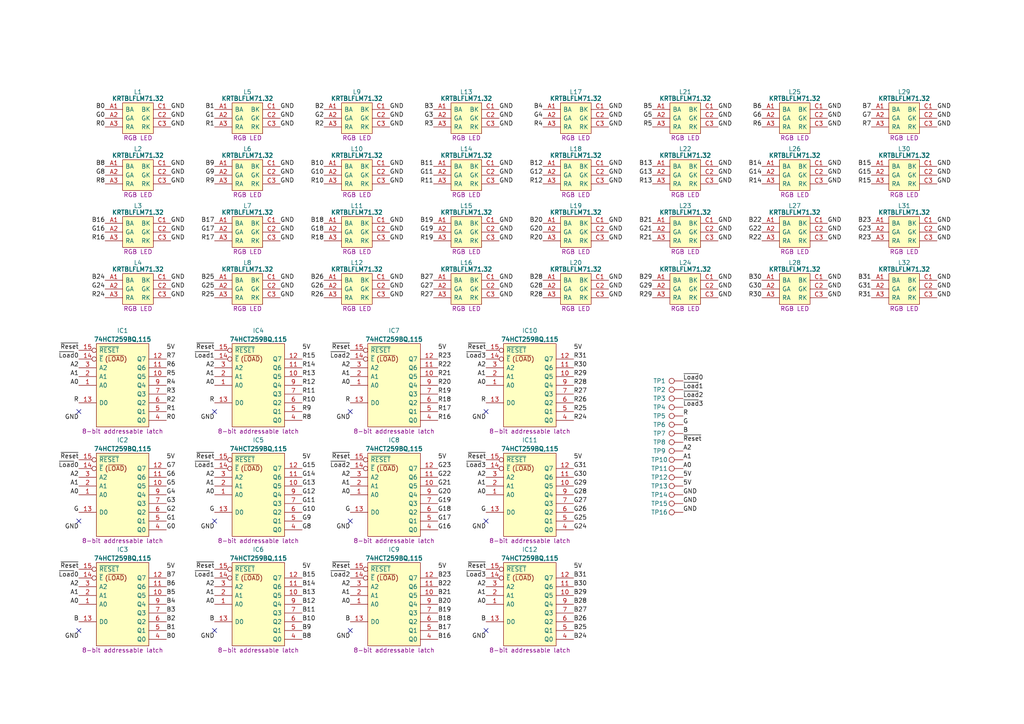
<source format=kicad_sch>
(kicad_sch (version 20231120) (generator "eeschema") (generator_version "8.0")
  (paper "A4")
  (no_connect (at 62.23 119.38))
  (no_connect (at 62.23 151.13))
  (no_connect (at 62.23 182.88))
  (no_connect (at 22.86 119.38))
  (no_connect (at 101.6 151.13))
  (no_connect (at 140.97 151.13))
  (no_connect (at 140.97 182.88))
  (no_connect (at 101.6 119.38))
  (no_connect (at 101.6 182.88))
  (no_connect (at 140.97 119.38))
  (no_connect (at 22.86 151.13))
  (no_connect (at 22.86 182.88))
  (label "GND" (at 144.78 69.85 0))
  (label "A0" (at 140.97 143.51 180))
  (label "R19" (at 127 114.3 0))
  (label "~{Reset}" (at 62.23 133.35 180))
  (label "~{Load}0" (at 198.12 110.49 0))
  (label "R16" (at 30.48 69.85 180))
  (label "G12" (at 157.48 50.8 180))
  (label "B30" (at 220.98 81.28 180))
  (label "B24" (at 166.37 185.42 0))
  (label "R3" (at 48.26 114.3 0))
  (label "~{Load}1" (at 198.12 113.03 0))
  (label "GND" (at 144.78 81.28 0))
  (label "G1" (at 48.26 151.13 0))
  (label "G8" (at 30.48 50.8 180))
  (label "G10" (at 87.63 148.59 0))
  (label "G15" (at 252.73 50.8 180))
  (label "G15" (at 87.63 135.89 0))
  (label "G11" (at 125.73 50.8 180))
  (label "GND" (at 271.78 53.34 0))
  (label "A2" (at 198.12 130.81 0))
  (label "GND" (at 208.28 50.8 0))
  (label "A2" (at 22.86 138.43 180))
  (label "~{Reset}" (at 101.6 133.35 180))
  (label "GND" (at 198.12 148.59 0))
  (label "G13" (at 87.63 140.97 0))
  (label "GND" (at 271.78 64.77 0))
  (label "R" (at 101.6 116.84 180))
  (label "GND" (at 113.03 86.36 0))
  (label "R27" (at 166.37 114.3 0))
  (label "GND" (at 113.03 31.75 0))
  (label "R21" (at 189.23 69.85 180))
  (label "G23" (at 252.73 67.31 180))
  (label "~{Load}2" (at 101.6 135.89 180))
  (label "G9" (at 87.63 151.13 0))
  (label "G2" (at 93.98 34.29 180))
  (label "A0" (at 22.86 143.51 180))
  (label "B" (at 198.12 125.73 0))
  (label "B5" (at 189.23 31.75 180))
  (label "~{Reset}" (at 140.97 101.6 180))
  (label "B19" (at 125.73 64.77 180))
  (label "GND" (at 176.53 48.26 0))
  (label "B21" (at 189.23 64.77 180))
  (label "GND" (at 101.6 153.67 180))
  (label "G" (at 140.97 148.59 180))
  (label "A2" (at 140.97 138.43 180))
  (label "GND" (at 144.78 48.26 0))
  (label "B4" (at 48.26 175.26 0))
  (label "GND" (at 22.86 153.67 180))
  (label "GND" (at 176.53 81.28 0))
  (label "GND" (at 140.97 185.42 180))
  (label "G7" (at 252.73 34.29 180))
  (label "~{Reset}" (at 22.86 101.6 180))
  (label "R6" (at 220.98 36.83 180))
  (label "B28" (at 166.37 175.26 0))
  (label "R17" (at 62.23 69.85 180))
  (label "~{Reset}" (at 101.6 101.6 180))
  (label "R1" (at 48.26 119.38 0))
  (label "A1" (at 140.97 109.22 180))
  (label "GND" (at 81.28 34.29 0))
  (label "A0" (at 22.86 111.76 180))
  (label "GND" (at 176.53 67.31 0))
  (label "A2" (at 22.86 170.18 180))
  (label "R0" (at 48.26 121.92 0))
  (label "GND" (at 113.03 81.28 0))
  (label "B28" (at 157.48 81.28 180))
  (label "G19" (at 127 146.05 0))
  (label "GND" (at 176.53 86.36 0))
  (label "~{Load}3" (at 140.97 135.89 180))
  (label "5V" (at 166.37 101.6 0))
  (label "R19" (at 125.73 69.85 180))
  (label "G25" (at 166.37 151.13 0))
  (label "B15" (at 252.73 48.26 180))
  (label "G9" (at 62.23 50.8 180))
  (label "~{Reset}" (at 62.23 101.6 180))
  (label "R0" (at 30.48 36.83 180))
  (label "B4" (at 157.48 31.75 180))
  (label "~{Load}2" (at 101.6 104.14 180))
  (label "G31" (at 252.73 83.82 180))
  (label "GND" (at 81.28 48.26 0))
  (label "R23" (at 252.73 69.85 180))
  (label "GND" (at 208.28 36.83 0))
  (label "5V" (at 87.63 165.1 0))
  (label "G20" (at 127 143.51 0))
  (label "B16" (at 127 185.42 0))
  (label "GND" (at 144.78 50.8 0))
  (label "GND" (at 176.53 36.83 0))
  (label "GND" (at 271.78 31.75 0))
  (label "~{Load}3" (at 140.97 104.14 180))
  (label "R5" (at 189.23 36.83 180))
  (label "R28" (at 157.48 86.36 180))
  (label "G3" (at 48.26 146.05 0))
  (label "~{Load}3" (at 140.97 167.64 180))
  (label "G6" (at 220.98 34.29 180))
  (label "R17" (at 127 119.38 0))
  (label "GND" (at 113.03 34.29 0))
  (label "R20" (at 127 111.76 0))
  (label "GND" (at 176.53 69.85 0))
  (label "B18" (at 93.98 64.77 180))
  (label "B12" (at 87.63 175.26 0))
  (label "G21" (at 127 140.97 0))
  (label "A1" (at 101.6 109.22 180))
  (label "GND" (at 101.6 121.92 180))
  (label "R12" (at 87.63 111.76 0))
  (label "R14" (at 220.98 53.34 180))
  (label "G" (at 62.23 148.59 180))
  (label "B18" (at 127 180.34 0))
  (label "R18" (at 127 116.84 0))
  (label "G21" (at 189.23 67.31 180))
  (label "R7" (at 252.73 36.83 180))
  (label "A1" (at 62.23 109.22 180))
  (label "B26" (at 93.98 81.28 180))
  (label "R11" (at 125.73 53.34 180))
  (label "GND" (at 81.28 64.77 0))
  (label "R8" (at 30.48 53.34 180))
  (label "GND" (at 208.28 81.28 0))
  (label "B8" (at 30.48 48.26 180))
  (label "B21" (at 127 172.72 0))
  (label "GND" (at 208.28 67.31 0))
  (label "GND" (at 22.86 121.92 180))
  (label "B" (at 22.86 180.34 180))
  (label "B" (at 62.23 180.34 180))
  (label "R4" (at 48.26 111.76 0))
  (label "~{Reset}" (at 140.97 133.35 180))
  (label "GND" (at 49.53 83.82 0))
  (label "G28" (at 157.48 83.82 180))
  (label "G14" (at 220.98 50.8 180))
  (label "R" (at 198.12 120.65 0))
  (label "A0" (at 22.86 175.26 180))
  (label "GND" (at 240.03 34.29 0))
  (label "GND" (at 62.23 153.67 180))
  (label "GND" (at 271.78 34.29 0))
  (label "G" (at 101.6 148.59 180))
  (label "GND" (at 208.28 53.34 0))
  (label "B16" (at 30.48 64.77 180))
  (label "B24" (at 30.48 81.28 180))
  (label "B19" (at 127 177.8 0))
  (label "G27" (at 166.37 146.05 0))
  (label "GND" (at 176.53 31.75 0))
  (label "GND" (at 144.78 31.75 0))
  (label "GND" (at 49.53 50.8 0))
  (label "R25" (at 62.23 86.36 180))
  (label "GND" (at 271.78 48.26 0))
  (label "GND" (at 208.28 31.75 0))
  (label "R3" (at 125.73 36.83 180))
  (label "A1" (at 101.6 140.97 180))
  (label "G14" (at 87.63 138.43 0))
  (label "R30" (at 166.37 106.68 0))
  (label "G31" (at 166.37 135.89 0))
  (label "R13" (at 87.63 109.22 0))
  (label "A0" (at 62.23 143.51 180))
  (label "~{Load}1" (at 62.23 135.89 180))
  (label "G18" (at 93.98 67.31 180))
  (label "B20" (at 157.48 64.77 180))
  (label "G19" (at 125.73 67.31 180))
  (label "B0" (at 30.48 31.75 180))
  (label "GND" (at 81.28 36.83 0))
  (label "R27" (at 125.73 86.36 180))
  (label "5V" (at 166.37 165.1 0))
  (label "GND" (at 49.53 81.28 0))
  (label "~{Reset}" (at 101.6 165.1 180))
  (label "GND" (at 240.03 69.85 0))
  (label "5V" (at 48.26 165.1 0))
  (label "B15" (at 87.63 167.64 0))
  (label "G30" (at 166.37 138.43 0))
  (label "GND" (at 49.53 69.85 0))
  (label "GND" (at 198.12 146.05 0))
  (label "GND" (at 208.28 86.36 0))
  (label "GND" (at 240.03 48.26 0))
  (label "G30" (at 220.98 83.82 180))
  (label "GND" (at 113.03 69.85 0))
  (label "B17" (at 62.23 64.77 180))
  (label "G13" (at 189.23 50.8 180))
  (label "GND" (at 271.78 81.28 0))
  (label "~{Reset}" (at 62.23 165.1 180))
  (label "R25" (at 166.37 119.38 0))
  (label "G29" (at 189.23 83.82 180))
  (label "GND" (at 49.53 36.83 0))
  (label "A2" (at 101.6 106.68 180))
  (label "R" (at 62.23 116.84 180))
  (label "B29" (at 166.37 172.72 0))
  (label "A0" (at 62.23 175.26 180))
  (label "GND" (at 271.78 36.83 0))
  (label "GND" (at 62.23 185.42 180))
  (label "GND" (at 271.78 86.36 0))
  (label "B31" (at 166.37 167.64 0))
  (label "R11" (at 87.63 114.3 0))
  (label "R29" (at 189.23 86.36 180))
  (label "B3" (at 125.73 31.75 180))
  (label "GND" (at 271.78 69.85 0))
  (label "B23" (at 127 167.64 0))
  (label "G20" (at 157.48 67.31 180))
  (label "R26" (at 166.37 116.84 0))
  (label "GND" (at 144.78 36.83 0))
  (label "G" (at 198.12 123.19 0))
  (label "R31" (at 252.73 86.36 180))
  (label "A2" (at 22.86 106.68 180))
  (label "GND" (at 208.28 83.82 0))
  (label "A2" (at 140.97 106.68 180))
  (label "B17" (at 127 182.88 0))
  (label "R24" (at 166.37 121.92 0))
  (label "B11" (at 125.73 48.26 180))
  (label "G17" (at 127 151.13 0))
  (label "A0" (at 101.6 175.26 180))
  (label "GND" (at 144.78 34.29 0))
  (label "R2" (at 93.98 36.83 180))
  (label "GND" (at 22.86 185.42 180))
  (label "R16" (at 127 121.92 0))
  (label "GND" (at 271.78 50.8 0))
  (label "GND" (at 113.03 53.34 0))
  (label "GND" (at 176.53 53.34 0))
  (label "R26" (at 93.98 86.36 180))
  (label "R18" (at 93.98 69.85 180))
  (label "B5" (at 48.26 172.72 0))
  (label "GND" (at 144.78 53.34 0))
  (label "A1" (at 101.6 172.72 180))
  (label "R12" (at 157.48 53.34 180))
  (label "~{Load}2" (at 101.6 167.64 180))
  (label "GND" (at 113.03 83.82 0))
  (label "R4" (at 157.48 36.83 180))
  (label "B10" (at 87.63 180.34 0))
  (label "5V" (at 198.12 138.43 0))
  (label "G24" (at 166.37 153.67 0))
  (label "G29" (at 166.37 140.97 0))
  (label "B6" (at 48.26 170.18 0))
  (label "R21" (at 127 109.22 0))
  (label "G2" (at 48.26 148.59 0))
  (label "B" (at 140.97 180.34 180))
  (label "A1" (at 140.97 172.72 180))
  (label "A1" (at 198.12 133.35 0))
  (label "G4" (at 48.26 143.51 0))
  (label "B14" (at 220.98 48.26 180))
  (label "GND" (at 144.78 83.82 0))
  (label "R15" (at 252.73 53.34 180))
  (label "G5" (at 189.23 34.29 180))
  (label "GND" (at 113.03 50.8 0))
  (label "G10" (at 93.98 50.8 180))
  (label "GND" (at 49.53 53.34 0))
  (label "~{Load}2" (at 198.12 115.57 0))
  (label "GND" (at 208.28 34.29 0))
  (label "GND" (at 240.03 67.31 0))
  (label "B9" (at 87.63 182.88 0))
  (label "G7" (at 48.26 135.89 0))
  (label "B29" (at 189.23 81.28 180))
  (label "R7" (at 48.26 104.14 0))
  (label "5V" (at 87.63 133.35 0))
  (label "R24" (at 30.48 86.36 180))
  (label "B23" (at 252.73 64.77 180))
  (label "5V" (at 198.12 140.97 0))
  (label "G26" (at 166.37 148.59 0))
  (label "G28" (at 166.37 143.51 0))
  (label "R15" (at 87.63 104.14 0))
  (label "B1" (at 62.23 31.75 180))
  (label "5V" (at 127 101.6 0))
  (label "GND" (at 49.53 67.31 0))
  (label "GND" (at 144.78 86.36 0))
  (label "A1" (at 62.23 172.72 180))
  (label "5V" (at 127 165.1 0))
  (label "A0" (at 62.23 111.76 180))
  (label "5V" (at 48.26 133.35 0))
  (label "B31" (at 252.73 81.28 180))
  (label "R6" (at 48.26 106.68 0))
  (label "B3" (at 48.26 177.8 0))
  (label "G26" (at 93.98 83.82 180))
  (label "GND" (at 240.03 86.36 0))
  (label "GND" (at 144.78 64.77 0))
  (label "A2" (at 140.97 170.18 180))
  (label "A2" (at 62.23 138.43 180))
  (label "~{Reset}" (at 22.86 165.1 180))
  (label "~{Reset}" (at 22.86 133.35 180))
  (label "G1" (at 62.23 34.29 180))
  (label "GND" (at 62.23 121.92 180))
  (label "GND" (at 81.28 31.75 0))
  (label "B13" (at 87.63 172.72 0))
  (label "R8" (at 87.63 121.92 0))
  (label "B7" (at 48.26 167.64 0))
  (label "5V" (at 166.37 133.35 0))
  (label "R13" (at 189.23 53.34 180))
  (label "R5" (at 48.26 109.22 0))
  (label "R10" (at 93.98 53.34 180))
  (label "A2" (at 101.6 138.43 180))
  (label "R9" (at 62.23 53.34 180))
  (label "~{Load}1" (at 62.23 167.64 180))
  (label "B2" (at 93.98 31.75 180))
  (label "B13" (at 189.23 48.26 180))
  (label "B14" (at 87.63 170.18 0))
  (label "GND" (at 140.97 121.92 180))
  (label "G22" (at 220.98 67.31 180))
  (label "G23" (at 127 135.89 0))
  (label "5V" (at 87.63 101.6 0))
  (label "GND" (at 49.53 48.26 0))
  (label "GND" (at 81.28 86.36 0))
  (label "GND" (at 81.28 50.8 0))
  (label "G3" (at 125.73 34.29 180))
  (label "B7" (at 252.73 31.75 180))
  (label "B2" (at 48.26 180.34 0))
  (label "GND" (at 176.53 34.29 0))
  (label "R30" (at 220.98 86.36 180))
  (label "B30" (at 166.37 170.18 0))
  (label "B6" (at 220.98 31.75 180))
  (label "A2" (at 62.23 170.18 180))
  (label "GND" (at 240.03 36.83 0))
  (label "G4" (at 157.48 34.29 180))
  (label "A0" (at 101.6 111.76 180))
  (label "GND" (at 240.03 53.34 0))
  (label "A0" (at 140.97 175.26 180))
  (label "A2" (at 101.6 170.18 180))
  (label "B9" (at 62.23 48.26 180))
  (label "B10" (at 93.98 48.26 180))
  (label "GND" (at 81.28 67.31 0))
  (label "~{Reset}" (at 198.12 128.27 0))
  (label "GND" (at 144.78 67.31 0))
  (label "G0" (at 30.48 34.29 180))
  (label "A1" (at 22.86 172.72 180))
  (label "G27" (at 125.73 83.82 180))
  (label "GND" (at 113.03 67.31 0))
  (label "GND" (at 81.28 69.85 0))
  (label "B12" (at 157.48 48.26 180))
  (label "GND" (at 49.53 34.29 0))
  (label "G" (at 22.86 148.59 180))
  (label "R22" (at 220.98 69.85 180))
  (label "GND" (at 81.28 83.82 0))
  (label "G16" (at 30.48 67.31 180))
  (label "GND" (at 271.78 67.31 0))
  (label "GND" (at 176.53 50.8 0))
  (label "GND" (at 240.03 50.8 0))
  (label "GND" (at 81.28 81.28 0))
  (label "GND" (at 101.6 185.42 180))
  (label "GND" (at 271.78 83.82 0))
  (label "~{Reset}" (at 140.97 165.1 180))
  (label "GND" (at 49.53 86.36 0))
  (label "~{Load}1" (at 62.23 104.14 180))
  (label "B22" (at 127 170.18 0))
  (label "~{Load}3" (at 198.12 118.11 0))
  (label "5V" (at 48.26 101.6 0))
  (label "~{Load}0" (at 22.86 104.14 180))
  (label "GND" (at 113.03 48.26 0))
  (label "A1" (at 22.86 140.97 180))
  (label "B1" (at 48.26 182.88 0))
  (label "A1" (at 22.86 109.22 180))
  (label "R14" (at 87.63 106.68 0))
  (label "B11" (at 87.63 177.8 0))
  (label "R31" (at 166.37 104.14 0))
  (label "A1" (at 62.23 140.97 180))
  (label "B22" (at 220.98 64.77 180))
  (label "GND" (at 176.53 83.82 0))
  (label "B8" (at 87.63 185.42 0))
  (label "A0" (at 101.6 143.51 180))
  (label "G18" (at 127 148.59 0))
  (label "B27" (at 166.37 177.8 0))
  (label "5V" (at 127 133.35 0))
  (label "B0" (at 48.26 185.42 0))
  (label "R" (at 22.86 116.84 180))
  (label "R1" (at 62.23 36.83 180))
  (label "R10" (at 87.63 116.84 0))
  (label "GND" (at 49.53 64.77 0))
  (label "B25" (at 166.37 182.88 0))
  (label "~{Load}0" (at 22.86 135.89 180))
  (label "GND" (at 240.03 64.77 0))
  (label "B27" (at 125.73 81.28 180))
  (label "R20" (at 157.48 69.85 180))
  (label "G17" (at 62.23 67.31 180))
  (label "GND" (at 140.97 153.67 180))
  (label "G5" (at 48.26 140.97 0))
  (label "B20" (at 127 175.26 0))
  (label "R28" (at 166.37 111.76 0))
  (label "~{Load}0" (at 22.86 167.64 180))
  (label "GND" (at 198.12 143.51 0))
  (label "R29" (at 166.37 109.22 0))
  (label "G0" (at 48.26 153.67 0))
  (label "G16" (at 127 153.67 0))
  (label "A0" (at 140.97 111.76 180))
  (label "GND" (at 81.28 53.34 0))
  (label "G25" (at 62.23 83.82 180))
  (label "G6" (at 48.26 138.43 0))
  (label "G22" (at 127 138.43 0))
  (label "G12" (at 87.63 143.51 0))
  (label "GND" (at 208.28 64.77 0))
  (label "GND" (at 113.03 36.83 0))
  (label "A1" (at 140.97 140.97 180))
  (label "GND" (at 240.03 83.82 0))
  (label "GND" (at 113.03 64.77 0))
  (label "B" (at 101.6 180.34 180))
  (label "R9" (at 87.63 119.38 0))
  (label "GND" (at 208.28 48.26 0))
  (label "A2" (at 62.23 106.68 180))
  (label "B25" (at 62.23 81.28 180))
  (label "A0" (at 198.12 135.89 0))
  (label "GND" (at 240.03 81.28 0))
  (label "G24" (at 30.48 83.82 180))
  (label "R23" (at 127 104.14 0))
  (label "GND" (at 240.03 31.75 0))
  (label "GND" (at 208.28 69.85 0))
  (label "G8" (at 87.63 153.67 0))
  (label "B26" (at 166.37 180.34 0))
  (label "G11" (at 87.63 146.05 0))
  (label "GND" (at 176.53 64.77 0))
  (label "R2" (at 48.26 116.84 0))
  (label "GND" (at 49.53 31.75 0))
  (label "R22" (at 127 106.68 0))
  (label "R" (at 140.97 116.84 180))
  (symbol (lib_id "Osram:KRTBLFLM71.32-TXUY-EV+VTAU-DP+RXTU-KY") (at 176.53 48.26 0) (mirror y) (unit 1)
    (property "Reference" "L18" (at 167.005 43.18 0))
    (property "Value" "KRTBLFLM71.32" (at 167.005 45.085 0) (effects (font (bold yes))))
    (property "Footprint" "SamacSys_Parts:KRTBLFLM7132TXUYEVVTAUDPRXTUKY" (effects (hide yes)))
    (property "Datasheet" "https://docs.rs-online.com/2bdb/A700000006800397.pdf" (effects (hide yes)))
    (property "Description" "RGB LED" (at 167.005 56.515 0))
    (property "Height" "2.45" (effects (hide yes)))
    (property "Manufacturer_Name" "OSRAM" (effects (hide yes)))
    (property "Manufacturer_Part_Number" "KRTBLFLM71.32-TXUY-EV+VTAU-DP+RXTU-KY" (effects (hide yes)))
    (property "Silkscreen" "KRTBLF" (effects (hide yes)))
  )
  (symbol (lib_id "Nexperia:74HCT259BQ,115") (at 101.6 101.6 0) (unit 1)
    (property "Reference" "IC7" (at 114.3 95.885 0))
    (property "Value" "74HCT259BQ,115" (at 114.3 98.425 0) (effects (font (bold yes))))
    (property "Footprint" "SamacSys_Parts:74HCT259BQ115" (effects (hide yes)))
    (property "Datasheet" "https://assets.nexperia.com/documents/data-sheet/74HC_HCT259.pdf" (effects (hide yes)))
    (property "Description" "8-bit addressable latch" (at 114.3 125.095 0))
    (property "Height" "1" (effects (hide yes)))
    (property "Manufacturer_Name" "Nexperia" (effects (hide yes)))
    (property "Manufacturer_Part_Number" "74HCT259BQ,115" (effects (hide yes)))
    (property "Mouser Part Number" "771-74HCT259BQ115" (effects (hide yes)))
    (property "Mouser Price/Stock" "https://www.mouser.co.uk/ProductDetail/Nexperia/74HCT259BQ115?qs=jquClx72t9BDdcg4WRJZbw%3D%3D" (effects (hide yes)))
    (property "Silkscreen" "'259" (effects (hide yes)))
  )
  (symbol (lib_id "Connector:TestPoint") (at 198.12 120.65 90) (unit 1)
    (property "Reference" "TP5" (at 191.262 120.65 90))
    (property "Value" "TestPoint" (effects (hide yes)))
    (property "Footprint" "SamacSys_Parts:Point_D1.0mm_Drill0.5mm" (effects (hide yes)))
    (property "Description" "test point" (effects (hide yes)))
  )
  (symbol (lib_id "Osram:KRTBLFLM71.32-TXUY-EV+VTAU-DP+RXTU-KY") (at 113.03 31.75 0) (mirror y) (unit 1)
    (property "Reference" "L9" (at 103.505 26.67 0))
    (property "Value" "KRTBLFLM71.32" (at 103.505 28.575 0) (effects (font (bold yes))))
    (property "Footprint" "SamacSys_Parts:KRTBLFLM7132TXUYEVVTAUDPRXTUKY" (effects (hide yes)))
    (property "Datasheet" "https://docs.rs-online.com/2bdb/A700000006800397.pdf" (effects (hide yes)))
    (property "Description" "RGB LED" (at 103.505 40.005 0))
    (property "Height" "2.45" (effects (hide yes)))
    (property "Manufacturer_Name" "OSRAM" (effects (hide yes)))
    (property "Manufacturer_Part_Number" "KRTBLFLM71.32-TXUY-EV+VTAU-DP+RXTU-KY" (effects (hide yes)))
    (property "Silkscreen" "KRTBLF" (effects (hide yes)))
  )
  (symbol (lib_id "Osram:KRTBLFLM71.32-TXUY-EV+VTAU-DP+RXTU-KY") (at 240.03 64.77 0) (mirror y) (unit 1)
    (property "Reference" "L27" (at 230.505 59.69 0))
    (property "Value" "KRTBLFLM71.32" (at 230.505 61.595 0) (effects (font (bold yes))))
    (property "Footprint" "SamacSys_Parts:KRTBLFLM7132TXUYEVVTAUDPRXTUKY" (effects (hide yes)))
    (property "Datasheet" "https://docs.rs-online.com/2bdb/A700000006800397.pdf" (effects (hide yes)))
    (property "Description" "RGB LED" (at 230.505 73.025 0))
    (property "Height" "2.45" (effects (hide yes)))
    (property "Manufacturer_Name" "OSRAM" (effects (hide yes)))
    (property "Manufacturer_Part_Number" "KRTBLFLM71.32-TXUY-EV+VTAU-DP+RXTU-KY" (effects (hide yes)))
    (property "Silkscreen" "KRTBLF" (effects (hide yes)))
  )
  (symbol (lib_id "Nexperia:74HCT259BQ,115") (at 22.86 133.35 0) (unit 1)
    (property "Reference" "IC2" (at 35.56 127.635 0))
    (property "Value" "74HCT259BQ,115" (at 35.56 130.175 0) (effects (font (bold yes))))
    (property "Footprint" "SamacSys_Parts:74HCT259BQ115" (effects (hide yes)))
    (property "Datasheet" "https://assets.nexperia.com/documents/data-sheet/74HC_HCT259.pdf" (effects (hide yes)))
    (property "Description" "8-bit addressable latch" (at 35.56 156.845 0))
    (property "Height" "1" (effects (hide yes)))
    (property "Manufacturer_Name" "Nexperia" (effects (hide yes)))
    (property "Manufacturer_Part_Number" "74HCT259BQ,115" (effects (hide yes)))
    (property "Mouser Part Number" "771-74HCT259BQ115" (effects (hide yes)))
    (property "Mouser Price/Stock" "https://www.mouser.co.uk/ProductDetail/Nexperia/74HCT259BQ115?qs=jquClx72t9BDdcg4WRJZbw%3D%3D" (effects (hide yes)))
    (property "Silkscreen" "'259" (effects (hide yes)))
  )
  (symbol (lib_id "Osram:KRTBLFLM71.32-TXUY-EV+VTAU-DP+RXTU-KY") (at 240.03 31.75 0) (mirror y) (unit 1)
    (property "Reference" "L25" (at 230.505 26.67 0))
    (property "Value" "KRTBLFLM71.32" (at 230.505 28.575 0) (effects (font (bold yes))))
    (property "Footprint" "SamacSys_Parts:KRTBLFLM7132TXUYEVVTAUDPRXTUKY" (effects (hide yes)))
    (property "Datasheet" "https://docs.rs-online.com/2bdb/A700000006800397.pdf" (effects (hide yes)))
    (property "Description" "RGB LED" (at 230.505 40.005 0))
    (property "Height" "2.45" (effects (hide yes)))
    (property "Manufacturer_Name" "OSRAM" (effects (hide yes)))
    (property "Manufacturer_Part_Number" "KRTBLFLM71.32-TXUY-EV+VTAU-DP+RXTU-KY" (effects (hide yes)))
    (property "Silkscreen" "KRTBLF" (effects (hide yes)))
  )
  (symbol (lib_id "Connector:TestPoint") (at 198.12 148.59 90) (unit 1)
    (property "Reference" "TP16" (at 191.262 148.59 90))
    (property "Value" "TestPoint" (effects (hide yes)))
    (property "Footprint" "SamacSys_Parts:Point_D1.0mm_Drill0.5mm" (effects (hide yes)))
    (property "Description" "test point" (effects (hide yes)))
  )
  (symbol (lib_id "Osram:KRTBLFLM71.32-TXUY-EV+VTAU-DP+RXTU-KY") (at 49.53 31.75 0) (mirror y) (unit 1)
    (property "Reference" "L1" (at 40.005 26.67 0))
    (property "Value" "KRTBLFLM71.32" (at 40.005 28.575 0) (effects (font (bold yes))))
    (property "Footprint" "SamacSys_Parts:KRTBLFLM7132TXUYEVVTAUDPRXTUKY" (effects (hide yes)))
    (property "Datasheet" "https://docs.rs-online.com/2bdb/A700000006800397.pdf" (effects (hide yes)))
    (property "Description" "RGB LED" (at 40.005 40.005 0))
    (property "Height" "2.45" (effects (hide yes)))
    (property "Manufacturer_Name" "OSRAM" (effects (hide yes)))
    (property "Manufacturer_Part_Number" "KRTBLFLM71.32-TXUY-EV+VTAU-DP+RXTU-KY" (effects (hide yes)))
    (property "Silkscreen" "KRTBLF" (effects (hide yes)))
  )
  (symbol (lib_id "Nexperia:74HCT259BQ,115") (at 101.6 165.1 0) (unit 1)
    (property "Reference" "IC9" (at 114.3 159.385 0))
    (property "Value" "74HCT259BQ,115" (at 114.3 161.925 0) (effects (font (bold yes))))
    (property "Footprint" "SamacSys_Parts:74HCT259BQ115" (effects (hide yes)))
    (property "Datasheet" "https://assets.nexperia.com/documents/data-sheet/74HC_HCT259.pdf" (effects (hide yes)))
    (property "Description" "8-bit addressable latch" (at 114.3 188.595 0))
    (property "Height" "1" (effects (hide yes)))
    (property "Manufacturer_Name" "Nexperia" (effects (hide yes)))
    (property "Manufacturer_Part_Number" "74HCT259BQ,115" (effects (hide yes)))
    (property "Mouser Part Number" "771-74HCT259BQ115" (effects (hide yes)))
    (property "Mouser Price/Stock" "https://www.mouser.co.uk/ProductDetail/Nexperia/74HCT259BQ115?qs=jquClx72t9BDdcg4WRJZbw%3D%3D" (effects (hide yes)))
    (property "Silkscreen" "'259" (effects (hide yes)))
  )
  (symbol (lib_id "Nexperia:74HCT259BQ,115") (at 140.97 133.35 0) (unit 1)
    (property "Reference" "IC11" (at 153.67 127.635 0))
    (property "Value" "74HCT259BQ,115" (at 153.67 130.175 0) (effects (font (bold yes))))
    (property "Footprint" "SamacSys_Parts:74HCT259BQ115" (effects (hide yes)))
    (property "Datasheet" "https://assets.nexperia.com/documents/data-sheet/74HC_HCT259.pdf" (effects (hide yes)))
    (property "Description" "8-bit addressable latch" (at 153.67 156.845 0))
    (property "Height" "1" (effects (hide yes)))
    (property "Manufacturer_Name" "Nexperia" (effects (hide yes)))
    (property "Manufacturer_Part_Number" "74HCT259BQ,115" (effects (hide yes)))
    (property "Mouser Part Number" "771-74HCT259BQ115" (effects (hide yes)))
    (property "Mouser Price/Stock" "https://www.mouser.co.uk/ProductDetail/Nexperia/74HCT259BQ115?qs=jquClx72t9BDdcg4WRJZbw%3D%3D" (effects (hide yes)))
    (property "Silkscreen" "'259" (effects (hide yes)))
  )
  (symbol (lib_id "Nexperia:74HCT259BQ,115") (at 22.86 165.1 0) (unit 1)
    (property "Reference" "IC3" (at 35.56 159.385 0))
    (property "Value" "74HCT259BQ,115" (at 35.56 161.925 0) (effects (font (bold yes))))
    (property "Footprint" "SamacSys_Parts:74HCT259BQ115" (effects (hide yes)))
    (property "Datasheet" "https://assets.nexperia.com/documents/data-sheet/74HC_HCT259.pdf" (effects (hide yes)))
    (property "Description" "8-bit addressable latch" (at 35.56 188.595 0))
    (property "Height" "1" (effects (hide yes)))
    (property "Manufacturer_Name" "Nexperia" (effects (hide yes)))
    (property "Manufacturer_Part_Number" "74HCT259BQ,115" (effects (hide yes)))
    (property "Mouser Part Number" "771-74HCT259BQ115" (effects (hide yes)))
    (property "Mouser Price/Stock" "https://www.mouser.co.uk/ProductDetail/Nexperia/74HCT259BQ115?qs=jquClx72t9BDdcg4WRJZbw%3D%3D" (effects (hide yes)))
    (property "Silkscreen" "'259" (effects (hide yes)))
  )
  (symbol (lib_id "Osram:KRTBLFLM71.32-TXUY-EV+VTAU-DP+RXTU-KY") (at 144.78 48.26 0) (mirror y) (unit 1)
    (property "Reference" "L14" (at 135.255 43.18 0))
    (property "Value" "KRTBLFLM71.32" (at 135.255 45.085 0) (effects (font (bold yes))))
    (property "Footprint" "SamacSys_Parts:KRTBLFLM7132TXUYEVVTAUDPRXTUKY" (effects (hide yes)))
    (property "Datasheet" "https://docs.rs-online.com/2bdb/A700000006800397.pdf" (effects (hide yes)))
    (property "Description" "RGB LED" (at 135.255 56.515 0))
    (property "Height" "2.45" (effects (hide yes)))
    (property "Manufacturer_Name" "OSRAM" (effects (hide yes)))
    (property "Manufacturer_Part_Number" "KRTBLFLM71.32-TXUY-EV+VTAU-DP+RXTU-KY" (effects (hide yes)))
    (property "Silkscreen" "KRTBLF" (effects (hide yes)))
  )
  (symbol (lib_id "Connector:TestPoint") (at 198.12 115.57 90) (unit 1)
    (property "Reference" "TP3" (at 191.262 115.57 90))
    (property "Value" "TestPoint" (effects (hide yes)))
    (property "Footprint" "SamacSys_Parts:Point_D1.0mm_Drill0.5mm" (effects (hide yes)))
    (property "Description" "test point" (effects (hide yes)))
  )
  (symbol (lib_id "Osram:KRTBLFLM71.32-TXUY-EV+VTAU-DP+RXTU-KY") (at 271.78 64.77 0) (mirror y) (unit 1)
    (property "Reference" "L31" (at 262.255 59.69 0))
    (property "Value" "KRTBLFLM71.32" (at 262.255 61.595 0) (effects (font (bold yes))))
    (property "Footprint" "SamacSys_Parts:KRTBLFLM7132TXUYEVVTAUDPRXTUKY" (effects (hide yes)))
    (property "Datasheet" "https://docs.rs-online.com/2bdb/A700000006800397.pdf" (effects (hide yes)))
    (property "Description" "RGB LED" (at 262.255 73.025 0))
    (property "Height" "2.45" (effects (hide yes)))
    (property "Manufacturer_Name" "OSRAM" (effects (hide yes)))
    (property "Manufacturer_Part_Number" "KRTBLFLM71.32-TXUY-EV+VTAU-DP+RXTU-KY" (effects (hide yes)))
    (property "Silkscreen" "KRTBLF" (effects (hide yes)))
  )
  (symbol (lib_id "Connector:TestPoint") (at 198.12 140.97 90) (unit 1)
    (property "Reference" "TP13" (at 191.262 140.97 90))
    (property "Value" "TestPoint" (effects (hide yes)))
    (property "Footprint" "SamacSys_Parts:Point_D1.0mm_Drill0.5mm" (effects (hide yes)))
    (property "Description" "test point" (effects (hide yes)))
  )
  (symbol (lib_id "Osram:KRTBLFLM71.32-TXUY-EV+VTAU-DP+RXTU-KY") (at 49.53 81.28 0) (mirror y) (unit 1)
    (property "Reference" "L4" (at 40.005 76.2 0))
    (property "Value" "KRTBLFLM71.32" (at 40.005 78.105 0) (effects (font (bold yes))))
    (property "Footprint" "SamacSys_Parts:KRTBLFLM7132TXUYEVVTAUDPRXTUKY" (effects (hide yes)))
    (property "Datasheet" "https://docs.rs-online.com/2bdb/A700000006800397.pdf" (effects (hide yes)))
    (property "Description" "RGB LED" (at 40.005 89.535 0))
    (property "Height" "2.45" (effects (hide yes)))
    (property "Manufacturer_Name" "OSRAM" (effects (hide yes)))
    (property "Manufacturer_Part_Number" "KRTBLFLM71.32-TXUY-EV+VTAU-DP+RXTU-KY" (effects (hide yes)))
    (property "Silkscreen" "KRTBLF" (effects (hide yes)))
  )
  (symbol (lib_id "Osram:KRTBLFLM71.32-TXUY-EV+VTAU-DP+RXTU-KY") (at 144.78 81.28 0) (mirror y) (unit 1)
    (property "Reference" "L16" (at 135.255 76.2 0))
    (property "Value" "KRTBLFLM71.32" (at 135.255 78.105 0) (effects (font (bold yes))))
    (property "Footprint" "SamacSys_Parts:KRTBLFLM7132TXUYEVVTAUDPRXTUKY" (effects (hide yes)))
    (property "Datasheet" "https://docs.rs-online.com/2bdb/A700000006800397.pdf" (effects (hide yes)))
    (property "Description" "RGB LED" (at 135.255 89.535 0))
    (property "Height" "2.45" (effects (hide yes)))
    (property "Manufacturer_Name" "OSRAM" (effects (hide yes)))
    (property "Manufacturer_Part_Number" "KRTBLFLM71.32-TXUY-EV+VTAU-DP+RXTU-KY" (effects (hide yes)))
    (property "Silkscreen" "KRTBLF" (effects (hide yes)))
  )
  (symbol (lib_id "Nexperia:74HCT259BQ,115") (at 101.6 133.35 0) (unit 1)
    (property "Reference" "IC8" (at 114.3 127.635 0))
    (property "Value" "74HCT259BQ,115" (at 114.3 130.175 0) (effects (font (bold yes))))
    (property "Footprint" "SamacSys_Parts:74HCT259BQ115" (effects (hide yes)))
    (property "Datasheet" "https://assets.nexperia.com/documents/data-sheet/74HC_HCT259.pdf" (effects (hide yes)))
    (property "Description" "8-bit addressable latch" (at 114.3 156.845 0))
    (property "Height" "1" (effects (hide yes)))
    (property "Manufacturer_Name" "Nexperia" (effects (hide yes)))
    (property "Manufacturer_Part_Number" "74HCT259BQ,115" (effects (hide yes)))
    (property "Mouser Part Number" "771-74HCT259BQ115" (effects (hide yes)))
    (property "Mouser Price/Stock" "https://www.mouser.co.uk/ProductDetail/Nexperia/74HCT259BQ115?qs=jquClx72t9BDdcg4WRJZbw%3D%3D" (effects (hide yes)))
    (property "Silkscreen" "'259" (effects (hide yes)))
  )
  (symbol (lib_id "Nexperia:74HCT259BQ,115") (at 62.23 101.6 0) (unit 1)
    (property "Reference" "IC4" (at 74.93 95.885 0))
    (property "Value" "74HCT259BQ,115" (at 74.93 98.425 0) (effects (font (bold yes))))
    (property "Footprint" "SamacSys_Parts:74HCT259BQ115" (effects (hide yes)))
    (property "Datasheet" "https://assets.nexperia.com/documents/data-sheet/74HC_HCT259.pdf" (effects (hide yes)))
    (property "Description" "8-bit addressable latch" (at 74.93 125.095 0))
    (property "Height" "1" (effects (hide yes)))
    (property "Manufacturer_Name" "Nexperia" (effects (hide yes)))
    (property "Manufacturer_Part_Number" "74HCT259BQ,115" (effects (hide yes)))
    (property "Mouser Part Number" "771-74HCT259BQ115" (effects (hide yes)))
    (property "Mouser Price/Stock" "https://www.mouser.co.uk/ProductDetail/Nexperia/74HCT259BQ115?qs=jquClx72t9BDdcg4WRJZbw%3D%3D" (effects (hide yes)))
    (property "Silkscreen" "'259" (effects (hide yes)))
  )
  (symbol (lib_id "Nexperia:74HCT259BQ,115") (at 22.86 101.6 0) (unit 1)
    (property "Reference" "IC1" (at 35.56 95.885 0))
    (property "Value" "74HCT259BQ,115" (at 35.56 98.425 0) (effects (font (bold yes))))
    (property "Footprint" "SamacSys_Parts:74HCT259BQ115" (effects (hide yes)))
    (property "Datasheet" "https://assets.nexperia.com/documents/data-sheet/74HC_HCT259.pdf" (effects (hide yes)))
    (property "Description" "8-bit addressable latch" (at 35.56 125.095 0))
    (property "Height" "1" (effects (hide yes)))
    (property "Manufacturer_Name" "Nexperia" (effects (hide yes)))
    (property "Manufacturer_Part_Number" "74HCT259BQ,115" (effects (hide yes)))
    (property "Mouser Part Number" "771-74HCT259BQ115" (effects (hide yes)))
    (property "Mouser Price/Stock" "https://www.mouser.co.uk/ProductDetail/Nexperia/74HCT259BQ115?qs=jquClx72t9BDdcg4WRJZbw%3D%3D" (effects (hide yes)))
    (property "Silkscreen" "'259" (effects (hide yes)))
  )
  (symbol (lib_id "Connector:TestPoint") (at 198.12 130.81 90) (unit 1)
    (property "Reference" "TP9" (at 191.262 130.81 90))
    (property "Value" "TestPoint" (effects (hide yes)))
    (property "Footprint" "SamacSys_Parts:Point_D1.0mm_Drill0.5mm" (effects (hide yes)))
    (property "Description" "test point" (effects (hide yes)))
  )
  (symbol (lib_id "Osram:KRTBLFLM71.32-TXUY-EV+VTAU-DP+RXTU-KY") (at 176.53 81.28 0) (mirror y) (unit 1)
    (property "Reference" "L20" (at 167.005 76.2 0))
    (property "Value" "KRTBLFLM71.32" (at 167.005 78.105 0) (effects (font (bold yes))))
    (property "Footprint" "SamacSys_Parts:KRTBLFLM7132TXUYEVVTAUDPRXTUKY" (effects (hide yes)))
    (property "Datasheet" "https://docs.rs-online.com/2bdb/A700000006800397.pdf" (effects (hide yes)))
    (property "Description" "RGB LED" (at 167.005 89.535 0))
    (property "Height" "2.45" (effects (hide yes)))
    (property "Manufacturer_Name" "OSRAM" (effects (hide yes)))
    (property "Manufacturer_Part_Number" "KRTBLFLM71.32-TXUY-EV+VTAU-DP+RXTU-KY" (effects (hide yes)))
    (property "Silkscreen" "KRTBLF" (effects (hide yes)))
  )
  (symbol (lib_id "Nexperia:74HCT259BQ,115") (at 62.23 165.1 0) (unit 1)
    (property "Reference" "IC6" (at 74.93 159.385 0))
    (property "Value" "74HCT259BQ,115" (at 74.93 161.925 0) (effects (font (bold yes))))
    (property "Footprint" "SamacSys_Parts:74HCT259BQ115" (effects (hide yes)))
    (property "Datasheet" "https://assets.nexperia.com/documents/data-sheet/74HC_HCT259.pdf" (effects (hide yes)))
    (property "Description" "8-bit addressable latch" (at 74.93 188.595 0))
    (property "Height" "1" (effects (hide yes)))
    (property "Manufacturer_Name" "Nexperia" (effects (hide yes)))
    (property "Manufacturer_Part_Number" "74HCT259BQ,115" (effects (hide yes)))
    (property "Mouser Part Number" "771-74HCT259BQ115" (effects (hide yes)))
    (property "Mouser Price/Stock" "https://www.mouser.co.uk/ProductDetail/Nexperia/74HCT259BQ115?qs=jquClx72t9BDdcg4WRJZbw%3D%3D" (effects (hide yes)))
    (property "Silkscreen" "'259" (effects (hide yes)))
  )
  (symbol (lib_id "Osram:KRTBLFLM71.32-TXUY-EV+VTAU-DP+RXTU-KY") (at 49.53 64.77 0) (mirror y) (unit 1)
    (property "Reference" "L3" (at 40.005 59.69 0))
    (property "Value" "KRTBLFLM71.32" (at 40.005 61.595 0) (effects (font (bold yes))))
    (property "Footprint" "SamacSys_Parts:KRTBLFLM7132TXUYEVVTAUDPRXTUKY" (effects (hide yes)))
    (property "Datasheet" "https://docs.rs-online.com/2bdb/A700000006800397.pdf" (effects (hide yes)))
    (property "Description" "RGB LED" (at 40.005 73.025 0))
    (property "Height" "2.45" (effects (hide yes)))
    (property "Manufacturer_Name" "OSRAM" (effects (hide yes)))
    (property "Manufacturer_Part_Number" "KRTBLFLM71.32-TXUY-EV+VTAU-DP+RXTU-KY" (effects (hide yes)))
    (property "Silkscreen" "KRTBLF" (effects (hide yes)))
  )
  (symbol (lib_id "Connector:TestPoint") (at 198.12 133.35 90) (unit 1)
    (property "Reference" "TP10" (at 191.262 133.35 90))
    (property "Value" "TestPoint" (effects (hide yes)))
    (property "Footprint" "SamacSys_Parts:Point_D1.0mm_Drill0.5mm" (effects (hide yes)))
    (property "Description" "test point" (effects (hide yes)))
  )
  (symbol (lib_id "Osram:KRTBLFLM71.32-TXUY-EV+VTAU-DP+RXTU-KY") (at 208.28 31.75 0) (mirror y) (unit 1)
    (property "Reference" "L21" (at 198.755 26.67 0))
    (property "Value" "KRTBLFLM71.32" (at 198.755 28.575 0) (effects (font (bold yes))))
    (property "Footprint" "SamacSys_Parts:KRTBLFLM7132TXUYEVVTAUDPRXTUKY" (effects (hide yes)))
    (property "Datasheet" "https://docs.rs-online.com/2bdb/A700000006800397.pdf" (effects (hide yes)))
    (property "Description" "RGB LED" (at 198.755 40.005 0))
    (property "Height" "2.45" (effects (hide yes)))
    (property "Manufacturer_Name" "OSRAM" (effects (hide yes)))
    (property "Manufacturer_Part_Number" "KRTBLFLM71.32-TXUY-EV+VTAU-DP+RXTU-KY" (effects (hide yes)))
    (property "Silkscreen" "KRTBLF" (effects (hide yes)))
  )
  (symbol (lib_id "Osram:KRTBLFLM71.32-TXUY-EV+VTAU-DP+RXTU-KY") (at 81.28 48.26 0) (mirror y) (unit 1)
    (property "Reference" "L6" (at 71.755 43.18 0))
    (property "Value" "KRTBLFLM71.32" (at 71.755 45.085 0) (effects (font (bold yes))))
    (property "Footprint" "SamacSys_Parts:KRTBLFLM7132TXUYEVVTAUDPRXTUKY" (effects (hide yes)))
    (property "Datasheet" "https://docs.rs-online.com/2bdb/A700000006800397.pdf" (effects (hide yes)))
    (property "Description" "RGB LED" (at 71.755 56.515 0))
    (property "Height" "2.45" (effects (hide yes)))
    (property "Manufacturer_Name" "OSRAM" (effects (hide yes)))
    (property "Manufacturer_Part_Number" "KRTBLFLM71.32-TXUY-EV+VTAU-DP+RXTU-KY" (effects (hide yes)))
    (property "Silkscreen" "KRTBLF" (effects (hide yes)))
  )
  (symbol (lib_id "Osram:KRTBLFLM71.32-TXUY-EV+VTAU-DP+RXTU-KY") (at 240.03 48.26 0) (mirror y) (unit 1)
    (property "Reference" "L26" (at 230.505 43.18 0))
    (property "Value" "KRTBLFLM71.32" (at 230.505 45.085 0) (effects (font (bold yes))))
    (property "Footprint" "SamacSys_Parts:KRTBLFLM7132TXUYEVVTAUDPRXTUKY" (effects (hide yes)))
    (property "Datasheet" "https://docs.rs-online.com/2bdb/A700000006800397.pdf" (effects (hide yes)))
    (property "Description" "RGB LED" (at 230.505 56.515 0))
    (property "Height" "2.45" (effects (hide yes)))
    (property "Manufacturer_Name" "OSRAM" (effects (hide yes)))
    (property "Manufacturer_Part_Number" "KRTBLFLM71.32-TXUY-EV+VTAU-DP+RXTU-KY" (effects (hide yes)))
    (property "Silkscreen" "KRTBLF" (effects (hide yes)))
  )
  (symbol (lib_id "Osram:KRTBLFLM71.32-TXUY-EV+VTAU-DP+RXTU-KY") (at 144.78 31.75 0) (mirror y) (unit 1)
    (property "Reference" "L13" (at 135.255 26.67 0))
    (property "Value" "KRTBLFLM71.32" (at 135.255 28.575 0) (effects (font (bold yes))))
    (property "Footprint" "SamacSys_Parts:KRTBLFLM7132TXUYEVVTAUDPRXTUKY" (effects (hide yes)))
    (property "Datasheet" "https://docs.rs-online.com/2bdb/A700000006800397.pdf" (effects (hide yes)))
    (property "Description" "RGB LED" (at 135.255 40.005 0))
    (property "Height" "2.45" (effects (hide yes)))
    (property "Manufacturer_Name" "OSRAM" (effects (hide yes)))
    (property "Manufacturer_Part_Number" "KRTBLFLM71.32-TXUY-EV+VTAU-DP+RXTU-KY" (effects (hide yes)))
    (property "Silkscreen" "KRTBLF" (effects (hide yes)))
  )
  (symbol (lib_id "Osram:KRTBLFLM71.32-TXUY-EV+VTAU-DP+RXTU-KY") (at 208.28 81.28 0) (mirror y) (unit 1)
    (property "Reference" "L24" (at 198.755 76.2 0))
    (property "Value" "KRTBLFLM71.32" (at 198.755 78.105 0) (effects (font (bold yes))))
    (property "Footprint" "SamacSys_Parts:KRTBLFLM7132TXUYEVVTAUDPRXTUKY" (effects (hide yes)))
    (property "Datasheet" "https://docs.rs-online.com/2bdb/A700000006800397.pdf" (effects (hide yes)))
    (property "Description" "RGB LED" (at 198.755 89.535 0))
    (property "Height" "2.45" (effects (hide yes)))
    (property "Manufacturer_Name" "OSRAM" (effects (hide yes)))
    (property "Manufacturer_Part_Number" "KRTBLFLM71.32-TXUY-EV+VTAU-DP+RXTU-KY" (effects (hide yes)))
    (property "Silkscreen" "KRTBLF" (effects (hide yes)))
  )
  (symbol (lib_id "Osram:KRTBLFLM71.32-TXUY-EV+VTAU-DP+RXTU-KY") (at 271.78 31.75 0) (mirror y) (unit 1)
    (property "Reference" "L29" (at 262.255 26.67 0))
    (property "Value" "KRTBLFLM71.32" (at 262.255 28.575 0) (effects (font (bold yes))))
    (property "Footprint" "SamacSys_Parts:KRTBLFLM7132TXUYEVVTAUDPRXTUKY" (effects (hide yes)))
    (property "Datasheet" "https://docs.rs-online.com/2bdb/A700000006800397.pdf" (effects (hide yes)))
    (property "Description" "RGB LED" (at 262.255 40.005 0))
    (property "Height" "2.45" (effects (hide yes)))
    (property "Manufacturer_Name" "OSRAM" (effects (hide yes)))
    (property "Manufacturer_Part_Number" "KRTBLFLM71.32-TXUY-EV+VTAU-DP+RXTU-KY" (effects (hide yes)))
    (property "Silkscreen" "KRTBLF" (effects (hide yes)))
  )
  (symbol (lib_id "Nexperia:74HCT259BQ,115") (at 140.97 165.1 0) (unit 1)
    (property "Reference" "IC12" (at 153.67 159.385 0))
    (property "Value" "74HCT259BQ,115" (at 153.67 161.925 0) (effects (font (bold yes))))
    (property "Footprint" "SamacSys_Parts:74HCT259BQ115" (effects (hide yes)))
    (property "Datasheet" "https://assets.nexperia.com/documents/data-sheet/74HC_HCT259.pdf" (effects (hide yes)))
    (property "Description" "8-bit addressable latch" (at 153.67 188.595 0))
    (property "Height" "1" (effects (hide yes)))
    (property "Manufacturer_Name" "Nexperia" (effects (hide yes)))
    (property "Manufacturer_Part_Number" "74HCT259BQ,115" (effects (hide yes)))
    (property "Mouser Part Number" "771-74HCT259BQ115" (effects (hide yes)))
    (property "Mouser Price/Stock" "https://www.mouser.co.uk/ProductDetail/Nexperia/74HCT259BQ115?qs=jquClx72t9BDdcg4WRJZbw%3D%3D" (effects (hide yes)))
    (property "Silkscreen" "'259" (effects (hide yes)))
  )
  (symbol (lib_id "Connector:TestPoint") (at 198.12 123.19 90) (unit 1)
    (property "Reference" "TP6" (at 191.262 123.19 90))
    (property "Value" "TestPoint" (effects (hide yes)))
    (property "Footprint" "SamacSys_Parts:Point_D1.0mm_Drill0.5mm" (effects (hide yes)))
    (property "Description" "test point" (effects (hide yes)))
  )
  (symbol (lib_id "Connector:TestPoint") (at 198.12 118.11 90) (unit 1)
    (property "Reference" "TP4" (at 191.262 118.11 90))
    (property "Value" "TestPoint" (effects (hide yes)))
    (property "Footprint" "SamacSys_Parts:Point_D1.0mm_Drill0.5mm" (effects (hide yes)))
    (property "Description" "test point" (effects (hide yes)))
  )
  (symbol (lib_id "Osram:KRTBLFLM71.32-TXUY-EV+VTAU-DP+RXTU-KY") (at 271.78 48.26 0) (mirror y) (unit 1)
    (property "Reference" "L30" (at 262.255 43.18 0))
    (property "Value" "KRTBLFLM71.32" (at 262.255 45.085 0) (effects (font (bold yes))))
    (property "Footprint" "SamacSys_Parts:KRTBLFLM7132TXUYEVVTAUDPRXTUKY" (effects (hide yes)))
    (property "Datasheet" "https://docs.rs-online.com/2bdb/A700000006800397.pdf" (effects (hide yes)))
    (property "Description" "RGB LED" (at 262.255 56.515 0))
    (property "Height" "2.45" (effects (hide yes)))
    (property "Manufacturer_Name" "OSRAM" (effects (hide yes)))
    (property "Manufacturer_Part_Number" "KRTBLFLM71.32-TXUY-EV+VTAU-DP+RXTU-KY" (effects (hide yes)))
    (property "Silkscreen" "KRTBLF" (effects (hide yes)))
  )
  (symbol (lib_id "Connector:TestPoint") (at 198.12 138.43 90) (unit 1)
    (property "Reference" "TP12" (at 191.262 138.43 90))
    (property "Value" "TestPoint" (effects (hide yes)))
    (property "Footprint" "SamacSys_Parts:Point_D1.0mm_Drill0.5mm" (effects (hide yes)))
    (property "Description" "test point" (effects (hide yes)))
  )
  (symbol (lib_id "Connector:TestPoint") (at 198.12 125.73 90) (unit 1)
    (property "Reference" "TP7" (at 191.262 125.73 90))
    (property "Value" "TestPoint" (effects (hide yes)))
    (property "Footprint" "SamacSys_Parts:Point_D1.0mm_Drill0.5mm" (effects (hide yes)))
    (property "Description" "test point" (effects (hide yes)))
  )
  (symbol (lib_id "Osram:KRTBLFLM71.32-TXUY-EV+VTAU-DP+RXTU-KY") (at 176.53 64.77 0) (mirror y) (unit 1)
    (property "Reference" "L19" (at 167.005 59.69 0))
    (property "Value" "KRTBLFLM71.32" (at 167.005 61.595 0) (effects (font (bold yes))))
    (property "Footprint" "SamacSys_Parts:KRTBLFLM7132TXUYEVVTAUDPRXTUKY" (effects (hide yes)))
    (property "Datasheet" "https://docs.rs-online.com/2bdb/A700000006800397.pdf" (effects (hide yes)))
    (property "Description" "RGB LED" (at 167.005 73.025 0))
    (property "Height" "2.45" (effects (hide yes)))
    (property "Manufacturer_Name" "OSRAM" (effects (hide yes)))
    (property "Manufacturer_Part_Number" "KRTBLFLM71.32-TXUY-EV+VTAU-DP+RXTU-KY" (effects (hide yes)))
    (property "Silkscreen" "KRTBLF" (effects (hide yes)))
  )
  (symbol (lib_id "Osram:KRTBLFLM71.32-TXUY-EV+VTAU-DP+RXTU-KY") (at 81.28 64.77 0) (mirror y) (unit 1)
    (property "Reference" "L7" (at 71.755 59.69 0))
    (property "Value" "KRTBLFLM71.32" (at 71.755 61.595 0) (effects (font (bold yes))))
    (property "Footprint" "SamacSys_Parts:KRTBLFLM7132TXUYEVVTAUDPRXTUKY" (effects (hide yes)))
    (property "Datasheet" "https://docs.rs-online.com/2bdb/A700000006800397.pdf" (effects (hide yes)))
    (property "Description" "RGB LED" (at 71.755 73.025 0))
    (property "Height" "2.45" (effects (hide yes)))
    (property "Manufacturer_Name" "OSRAM" (effects (hide yes)))
    (property "Manufacturer_Part_Number" "KRTBLFLM71.32-TXUY-EV+VTAU-DP+RXTU-KY" (effects (hide yes)))
    (property "Silkscreen" "KRTBLF" (effects (hide yes)))
  )
  (symbol (lib_id "Osram:KRTBLFLM71.32-TXUY-EV+VTAU-DP+RXTU-KY") (at 81.28 31.75 0) (mirror y) (unit 1)
    (property "Reference" "L5" (at 71.755 26.67 0))
    (property "Value" "KRTBLFLM71.32" (at 71.755 28.575 0) (effects (font (bold yes))))
    (property "Footprint" "SamacSys_Parts:KRTBLFLM7132TXUYEVVTAUDPRXTUKY" (effects (hide yes)))
    (property "Datasheet" "https://docs.rs-online.com/2bdb/A700000006800397.pdf" (effects (hide yes)))
    (property "Description" "RGB LED" (at 71.755 40.005 0))
    (property "Height" "2.45" (effects (hide yes)))
    (property "Manufacturer_Name" "OSRAM" (effects (hide yes)))
    (property "Manufacturer_Part_Number" "KRTBLFLM71.32-TXUY-EV+VTAU-DP+RXTU-KY" (effects (hide yes)))
    (property "Silkscreen" "KRTBLF" (effects (hide yes)))
  )
  (symbol (lib_id "Osram:KRTBLFLM71.32-TXUY-EV+VTAU-DP+RXTU-KY") (at 113.03 64.77 0) (mirror y) (unit 1)
    (property "Reference" "L11" (at 103.505 59.69 0))
    (property "Value" "KRTBLFLM71.32" (at 103.505 61.595 0) (effects (font (bold yes))))
    (property "Footprint" "SamacSys_Parts:KRTBLFLM7132TXUYEVVTAUDPRXTUKY" (effects (hide yes)))
    (property "Datasheet" "https://docs.rs-online.com/2bdb/A700000006800397.pdf" (effects (hide yes)))
    (property "Description" "RGB LED" (at 103.505 73.025 0))
    (property "Height" "2.45" (effects (hide yes)))
    (property "Manufacturer_Name" "OSRAM" (effects (hide yes)))
    (property "Manufacturer_Part_Number" "KRTBLFLM71.32-TXUY-EV+VTAU-DP+RXTU-KY" (effects (hide yes)))
    (property "Silkscreen" "KRTBLF" (effects (hide yes)))
  )
  (symbol (lib_id "Osram:KRTBLFLM71.32-TXUY-EV+VTAU-DP+RXTU-KY") (at 240.03 81.28 0) (mirror y) (unit 1)
    (property "Reference" "L28" (at 230.505 76.2 0))
    (property "Value" "KRTBLFLM71.32" (at 230.505 78.105 0) (effects (font (bold yes))))
    (property "Footprint" "SamacSys_Parts:KRTBLFLM7132TXUYEVVTAUDPRXTUKY" (effects (hide yes)))
    (property "Datasheet" "https://docs.rs-online.com/2bdb/A700000006800397.pdf" (effects (hide yes)))
    (property "Description" "RGB LED" (at 230.505 89.535 0))
    (property "Height" "2.45" (effects (hide yes)))
    (property "Manufacturer_Name" "OSRAM" (effects (hide yes)))
    (property "Manufacturer_Part_Number" "KRTBLFLM71.32-TXUY-EV+VTAU-DP+RXTU-KY" (effects (hide yes)))
    (property "Silkscreen" "KRTBLF" (effects (hide yes)))
  )
  (symbol (lib_id "Connector:TestPoint") (at 198.12 113.03 90) (unit 1)
    (property "Reference" "TP2" (at 191.262 113.03 90))
    (property "Value" "TestPoint" (effects (hide yes)))
    (property "Footprint" "SamacSys_Parts:Point_D1.0mm_Drill0.5mm" (effects (hide yes)))
    (property "Description" "test point" (effects (hide yes)))
  )
  (symbol (lib_id "Nexperia:74HCT259BQ,115") (at 140.97 101.6 0) (unit 1)
    (property "Reference" "IC10" (at 153.67 95.885 0))
    (property "Value" "74HCT259BQ,115" (at 153.67 98.425 0) (effects (font (bold yes))))
    (property "Footprint" "SamacSys_Parts:74HCT259BQ115" (effects (hide yes)))
    (property "Datasheet" "https://assets.nexperia.com/documents/data-sheet/74HC_HCT259.pdf" (effects (hide yes)))
    (property "Description" "8-bit addressable latch" (at 153.67 125.095 0))
    (property "Height" "1" (effects (hide yes)))
    (property "Manufacturer_Name" "Nexperia" (effects (hide yes)))
    (property "Manufacturer_Part_Number" "74HCT259BQ,115" (effects (hide yes)))
    (property "Mouser Part Number" "771-74HCT259BQ115" (effects (hide yes)))
    (property "Mouser Price/Stock" "https://www.mouser.co.uk/ProductDetail/Nexperia/74HCT259BQ115?qs=jquClx72t9BDdcg4WRJZbw%3D%3D" (effects (hide yes)))
    (property "Silkscreen" "'259" (effects (hide yes)))
  )
  (symbol (lib_id "Osram:KRTBLFLM71.32-TXUY-EV+VTAU-DP+RXTU-KY") (at 144.78 64.77 0) (mirror y) (unit 1)
    (property "Reference" "L15" (at 135.255 59.69 0))
    (property "Value" "KRTBLFLM71.32" (at 135.255 61.595 0) (effects (font (bold yes))))
    (property "Footprint" "SamacSys_Parts:KRTBLFLM7132TXUYEVVTAUDPRXTUKY" (effects (hide yes)))
    (property "Datasheet" "https://docs.rs-online.com/2bdb/A700000006800397.pdf" (effects (hide yes)))
    (property "Description" "RGB LED" (at 135.255 73.025 0))
    (property "Height" "2.45" (effects (hide yes)))
    (property "Manufacturer_Name" "OSRAM" (effects (hide yes)))
    (property "Manufacturer_Part_Number" "KRTBLFLM71.32-TXUY-EV+VTAU-DP+RXTU-KY" (effects (hide yes)))
    (property "Silkscreen" "KRTBLF" (effects (hide yes)))
  )
  (symbol (lib_id "Osram:KRTBLFLM71.32-TXUY-EV+VTAU-DP+RXTU-KY") (at 208.28 48.26 0) (mirror y) (unit 1)
    (property "Reference" "L22" (at 198.755 43.18 0))
    (property "Value" "KRTBLFLM71.32" (at 198.755 45.085 0) (effects (font (bold yes))))
    (property "Footprint" "SamacSys_Parts:KRTBLFLM7132TXUYEVVTAUDPRXTUKY" (effects (hide yes)))
    (property "Datasheet" "https://docs.rs-online.com/2bdb/A700000006800397.pdf" (effects (hide yes)))
    (property "Description" "RGB LED" (at 198.755 56.515 0))
    (property "Height" "2.45" (effects (hide yes)))
    (property "Manufacturer_Name" "OSRAM" (effects (hide yes)))
    (property "Manufacturer_Part_Number" "KRTBLFLM71.32-TXUY-EV+VTAU-DP+RXTU-KY" (effects (hide yes)))
    (property "Silkscreen" "KRTBLF" (effects (hide yes)))
  )
  (symbol (lib_id "Osram:KRTBLFLM71.32-TXUY-EV+VTAU-DP+RXTU-KY") (at 176.53 31.75 0) (mirror y) (unit 1)
    (property "Reference" "L17" (at 167.005 26.67 0))
    (property "Value" "KRTBLFLM71.32" (at 167.005 28.575 0) (effects (font (bold yes))))
    (property "Footprint" "SamacSys_Parts:KRTBLFLM7132TXUYEVVTAUDPRXTUKY" (effects (hide yes)))
    (property "Datasheet" "https://docs.rs-online.com/2bdb/A700000006800397.pdf" (effects (hide yes)))
    (property "Description" "RGB LED" (at 167.005 40.005 0))
    (property "Height" "2.45" (effects (hide yes)))
    (property "Manufacturer_Name" "OSRAM" (effects (hide yes)))
    (property "Manufacturer_Part_Number" "KRTBLFLM71.32-TXUY-EV+VTAU-DP+RXTU-KY" (effects (hide yes)))
    (property "Silkscreen" "KRTBLF" (effects (hide yes)))
  )
  (symbol (lib_id "Connector:TestPoint") (at 198.12 146.05 90) (unit 1)
    (property "Reference" "TP15" (at 191.262 146.05 90))
    (property "Value" "TestPoint" (effects (hide yes)))
    (property "Footprint" "SamacSys_Parts:Point_D1.0mm_Drill0.5mm" (effects (hide yes)))
    (property "Description" "test point" (effects (hide yes)))
  )
  (symbol (lib_id "Connector:TestPoint") (at 198.12 110.49 90) (unit 1)
    (property "Reference" "TP1" (at 191.262 110.49 90))
    (property "Value" "TestPoint" (effects (hide yes)))
    (property "Footprint" "SamacSys_Parts:Point_D1.0mm_Drill0.5mm" (effects (hide yes)))
    (property "Description" "test point" (effects (hide yes)))
  )
  (symbol (lib_id "Connector:TestPoint") (at 198.12 135.89 90) (unit 1)
    (property "Reference" "TP11" (at 191.262 135.89 90))
    (property "Value" "TestPoint" (effects (hide yes)))
    (property "Footprint" "SamacSys_Parts:Point_D1.0mm_Drill0.5mm" (effects (hide yes)))
    (property "Description" "test point" (effects (hide yes)))
  )
  (symbol (lib_id "Osram:KRTBLFLM71.32-TXUY-EV+VTAU-DP+RXTU-KY") (at 208.28 64.77 0) (mirror y) (unit 1)
    (property "Reference" "L23" (at 198.755 59.69 0))
    (property "Value" "KRTBLFLM71.32" (at 198.755 61.595 0) (effects (font (bold yes))))
    (property "Footprint" "SamacSys_Parts:KRTBLFLM7132TXUYEVVTAUDPRXTUKY" (effects (hide yes)))
    (property "Datasheet" "https://docs.rs-online.com/2bdb/A700000006800397.pdf" (effects (hide yes)))
    (property "Description" "RGB LED" (at 198.755 73.025 0))
    (property "Height" "2.45" (effects (hide yes)))
    (property "Manufacturer_Name" "OSRAM" (effects (hide yes)))
    (property "Manufacturer_Part_Number" "KRTBLFLM71.32-TXUY-EV+VTAU-DP+RXTU-KY" (effects (hide yes)))
    (property "Silkscreen" "KRTBLF" (effects (hide yes)))
  )
  (symbol (lib_id "Osram:KRTBLFLM71.32-TXUY-EV+VTAU-DP+RXTU-KY") (at 271.78 81.28 0) (mirror y) (unit 1)
    (property "Reference" "L32" (at 262.255 76.2 0))
    (property "Value" "KRTBLFLM71.32" (at 262.255 78.105 0) (effects (font (bold yes))))
    (property "Footprint" "SamacSys_Parts:KRTBLFLM7132TXUYEVVTAUDPRXTUKY" (effects (hide yes)))
    (property "Datasheet" "https://docs.rs-online.com/2bdb/A700000006800397.pdf" (effects (hide yes)))
    (property "Description" "RGB LED" (at 262.255 89.535 0))
    (property "Height" "2.45" (effects (hide yes)))
    (property "Manufacturer_Name" "OSRAM" (effects (hide yes)))
    (property "Manufacturer_Part_Number" "KRTBLFLM71.32-TXUY-EV+VTAU-DP+RXTU-KY" (effects (hide yes)))
    (property "Silkscreen" "KRTBLF" (effects (hide yes)))
  )
  (symbol (lib_id "Connector:TestPoint") (at 198.12 128.27 90) (unit 1)
    (property "Reference" "TP8" (at 191.262 128.27 90))
    (property "Value" "TestPoint" (effects (hide yes)))
    (property "Footprint" "SamacSys_Parts:Point_D1.0mm_Drill0.5mm" (effects (hide yes)))
    (property "Description" "test point" (effects (hide yes)))
  )
  (symbol (lib_id "Osram:KRTBLFLM71.32-TXUY-EV+VTAU-DP+RXTU-KY") (at 81.28 81.28 0) (mirror y) (unit 1)
    (property "Reference" "L8" (at 71.755 76.2 0))
    (property "Value" "KRTBLFLM71.32" (at 71.755 78.105 0) (effects (font (bold yes))))
    (property "Footprint" "SamacSys_Parts:KRTBLFLM7132TXUYEVVTAUDPRXTUKY" (effects (hide yes)))
    (property "Datasheet" "https://docs.rs-online.com/2bdb/A700000006800397.pdf" (effects (hide yes)))
    (property "Description" "RGB LED" (at 71.755 89.535 0))
    (property "Height" "2.45" (effects (hide yes)))
    (property "Manufacturer_Name" "OSRAM" (effects (hide yes)))
    (property "Manufacturer_Part_Number" "KRTBLFLM71.32-TXUY-EV+VTAU-DP+RXTU-KY" (effects (hide yes)))
    (property "Silkscreen" "KRTBLF" (effects (hide yes)))
  )
  (symbol (lib_id "Connector:TestPoint") (at 198.12 143.51 90) (unit 1)
    (property "Reference" "TP14" (at 191.262 143.51 90))
    (property "Value" "TestPoint" (effects (hide yes)))
    (property "Footprint" "SamacSys_Parts:Point_D1.0mm_Drill0.5mm" (effects (hide yes)))
    (property "Description" "test point" (effects (hide yes)))
  )
  (symbol (lib_id "Nexperia:74HCT259BQ,115") (at 62.23 133.35 0) (unit 1)
    (property "Reference" "IC5" (at 74.93 127.635 0))
    (property "Value" "74HCT259BQ,115" (at 74.93 130.175 0) (effects (font (bold yes))))
    (property "Footprint" "SamacSys_Parts:74HCT259BQ115" (effects (hide yes)))
    (property "Datasheet" "https://assets.nexperia.com/documents/data-sheet/74HC_HCT259.pdf" (effects (hide yes)))
    (property "Description" "8-bit addressable latch" (at 74.93 156.845 0))
    (property "Height" "1" (effects (hide yes)))
    (property "Manufacturer_Name" "Nexperia" (effects (hide yes)))
    (property "Manufacturer_Part_Number" "74HCT259BQ,115" (effects (hide yes)))
    (property "Mouser Part Number" "771-74HCT259BQ115" (effects (hide yes)))
    (property "Mouser Price/Stock" "https://www.mouser.co.uk/ProductDetail/Nexperia/74HCT259BQ115?qs=jquClx72t9BDdcg4WRJZbw%3D%3D" (effects (hide yes)))
    (property "Silkscreen" "'259" (effects (hide yes)))
  )
  (symbol (lib_id "Osram:KRTBLFLM71.32-TXUY-EV+VTAU-DP+RXTU-KY") (at 49.53 48.26 0) (mirror y) (unit 1)
    (property "Reference" "L2" (at 40.005 43.18 0))
    (property "Value" "KRTBLFLM71.32" (at 40.005 45.085 0) (effects (font (bold yes))))
    (property "Footprint" "SamacSys_Parts:KRTBLFLM7132TXUYEVVTAUDPRXTUKY" (effects (hide yes)))
    (property "Datasheet" "https://docs.rs-online.com/2bdb/A700000006800397.pdf" (effects (hide yes)))
    (property "Description" "RGB LED" (at 40.005 56.515 0))
    (property "Height" "2.45" (effects (hide yes)))
    (property "Manufacturer_Name" "OSRAM" (effects (hide yes)))
    (property "Manufacturer_Part_Number" "KRTBLFLM71.32-TXUY-EV+VTAU-DP+RXTU-KY" (effects (hide yes)))
    (property "Silkscreen" "KRTBLF" (effects (hide yes)))
  )
  (symbol (lib_id "Osram:KRTBLFLM71.32-TXUY-EV+VTAU-DP+RXTU-KY") (at 113.03 48.26 0) (mirror y) (unit 1)
    (property "Reference" "L10" (at 103.505 43.18 0))
    (property "Value" "KRTBLFLM71.32" (at 103.505 45.085 0) (effects (font (bold yes))))
    (property "Footprint" "SamacSys_Parts:KRTBLFLM7132TXUYEVVTAUDPRXTUKY" (effects (hide yes)))
    (property "Datasheet" "https://docs.rs-online.com/2bdb/A700000006800397.pdf" (effects (hide yes)))
    (property "Description" "RGB LED" (at 103.505 56.515 0))
    (property "Height" "2.45" (effects (hide yes)))
    (property "Manufacturer_Name" "OSRAM" (effects (hide yes)))
    (property "Manufacturer_Part_Number" "KRTBLFLM71.32-TXUY-EV+VTAU-DP+RXTU-KY" (effects (hide yes)))
    (property "Silkscreen" "KRTBLF" (effects (hide yes)))
  )
  (symbol (lib_id "Osram:KRTBLFLM71.32-TXUY-EV+VTAU-DP+RXTU-KY") (at 113.03 81.28 0) (mirror y) (unit 1)
    (property "Reference" "L12" (at 103.505 76.2 0))
    (property "Value" "KRTBLFLM71.32" (at 103.505 78.105 0) (effects (font (bold yes))))
    (property "Footprint" "SamacSys_Parts:KRTBLFLM7132TXUYEVVTAUDPRXTUKY" (effects (hide yes)))
    (property "Datasheet" "https://docs.rs-online.com/2bdb/A700000006800397.pdf" (effects (hide yes)))
    (property "Description" "RGB LED" (at 103.505 89.535 0))
    (property "Height" "2.45" (effects (hide yes)))
    (property "Manufacturer_Name" "OSRAM" (effects (hide yes)))
    (property "Manufacturer_Part_Number" "KRTBLFLM71.32-TXUY-EV+VTAU-DP+RXTU-KY" (effects (hide yes)))
    (property "Silkscreen" "KRTBLF" (effects (hide yes)))
  )
)
</source>
